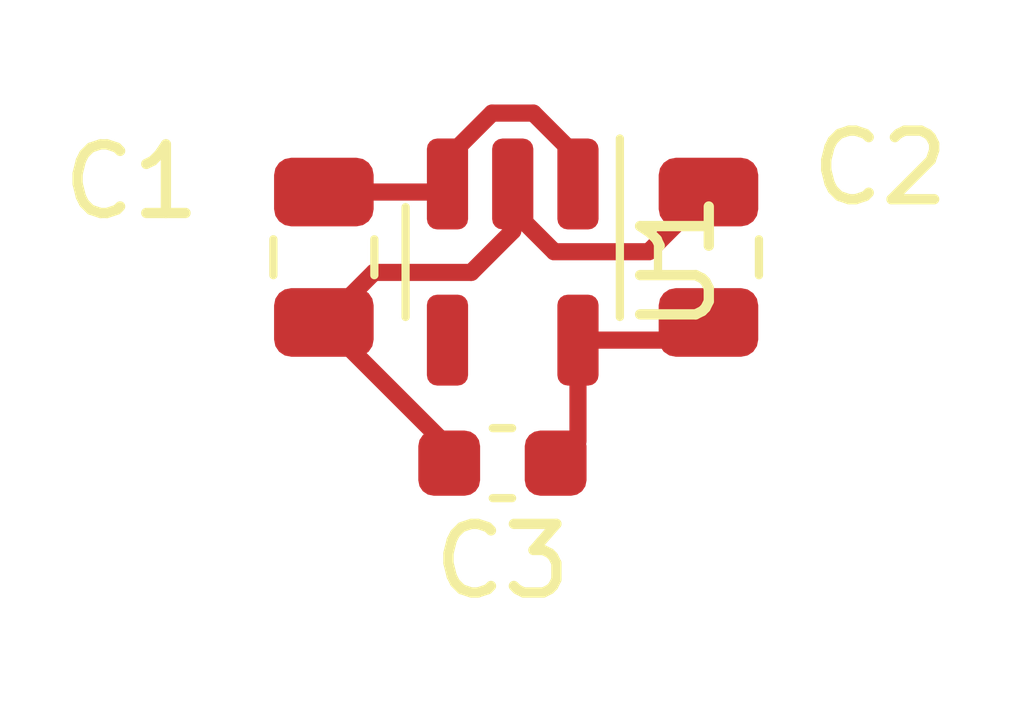
<source format=kicad_pcb>
(kicad_pcb (version 20211014) (generator pcbnew)
  (layers (0 "F.Cu" signal) (31 "B.Cu" signal) (34 "B.Paste" user) (35 "F.Paste" user) (36 "B.SilkS" user "B.Silkscreen") (37 "F.SilkS" user "F.Silkscreen") (38 "B.Mask" user) (39 "F.Mask" user) (44 "Edge.Cuts" user))
  (net 0 "")
  (net 1 "Vin")
  (net 2 "Net-(C1-Pad2)")
  (net 3 "3v3")
  (footprint "Package_TO_SOT_SMD:SOT-23-5" (layer "F.Cu") (at 139.55 101.97 -90)
    (fp_text reference "U1" (at 0 -2.4 90) (layer "F.SilkS"))
    (fp_text value "AP2112K-3.3")
    (fp_line (start 0 -1.56) (end 0.8 -1.56) (layer "F.SilkS") (width 0.12))
    (fp_line (start 0 1.56) (end 0.8 1.56) (layer "F.SilkS") (width 0.12))
    (fp_line (start 0 -1.56) (end -1.8 -1.56) (layer "F.SilkS") (width 0.12))
    (fp_line (start 0 1.56) (end -0.8 1.56) (layer "F.SilkS") (width 0.12))
    (pad "1" smd roundrect (at -1.1375 -0.95 270) (size 1.325 0.6) (layers "F.Cu" "F.Paste" "F.Mask") (net 1 "Vin"))
    (pad "2" smd roundrect (at -1.1375 0 270) (size 1.325 0.6) (layers "F.Cu" "F.Paste" "F.Mask") (net 2 "Net-(C1-Pad2)"))
    (pad "3" smd roundrect (at -1.1375 0.95 270) (size 1.325 0.6) (layers "F.Cu" "F.Paste" "F.Mask") (net 1 "Vin"))
    (pad "4" smd roundrect (at 1.1375 0.95 270) (size 1.325 0.6) (layers "F.Cu" "F.Paste" "F.Mask"))
    (pad "5" smd roundrect (at 1.1375 -0.95 270) (size 1.325 0.6) (layers "F.Cu" "F.Paste" "F.Mask") (net 3 "3v3"))
  )
  (footprint "Capacitor_SMD:C_0805_2012Metric" (layer "F.Cu") (at 136.8 101.9 -90)
    (fp_text reference "C1" (at -1.1 2.8 180) (layer "F.SilkS"))
    (fp_text value "10uf")
    (fp_line (start -0.261252 0.735) (end 0.261252 0.735) (layer "F.SilkS") (width 0.12))
    (fp_line (start -0.261252 -0.735) (end 0.261252 -0.735) (layer "F.SilkS") (width 0.12))
    (pad "1" smd roundrect (at -0.95 0 270) (size 1 1.45) (layers "F.Cu" "F.Paste" "F.Mask") (net 1 "Vin"))
    (pad "2" smd roundrect (at 0.95 0 270) (size 1 1.45) (layers "F.Cu" "F.Paste" "F.Mask") (net 2 "Net-(C1-Pad2)"))
  )
  (footprint "Capacitor_SMD:C_0805_2012Metric" (layer "F.Cu") (at 142.4 101.9 90)
    (fp_text reference "C2" (at 1.3 2.5) (layer "F.SilkS"))
    (fp_text value "10uf")
    (fp_line (start -0.261252 0.735) (end 0.261252 0.735) (layer "F.SilkS") (width 0.12))
    (fp_line (start -0.261252 -0.735) (end 0.261252 -0.735) (layer "F.SilkS") (width 0.12))
    (pad "1" smd roundrect (at -0.95 0 90) (size 1 1.45) (layers "F.Cu" "F.Paste" "F.Mask") (net 3 "3v3"))
    (pad "2" smd roundrect (at 0.95 0 90) (size 1 1.45) (layers "F.Cu" "F.Paste" "F.Mask") (net 2 "Net-(C1-Pad2)"))
  )
  (footprint "Capacitor_SMD:C_0603_1608Metric" (layer "F.Cu") (at 139.4 104.9 180)
    (fp_text reference "C3" (at 0 -1.43) (layer "F.SilkS"))
    (fp_text value "100nf")
    (fp_line (start -0.14058 -0.51) (end 0.14058 -0.51) (layer "F.SilkS") (width 0.12))
    (fp_line (start -0.14058 0.51) (end 0.14058 0.51) (layer "F.SilkS") (width 0.12))
    (pad "1" smd roundrect (at -0.775 0 180) (size 0.9 0.95) (layers "F.Cu" "F.Paste" "F.Mask") (net 3 "3v3"))
    (pad "2" smd roundrect (at 0.775 0 180) (size 0.9 0.95) (layers "F.Cu" "F.Paste" "F.Mask") (net 2 "Net-(C1-Pad2)"))
  )
  (segment (start 139.851072 99.8) (end 140.5 100.448928) (width 0.25) (layer "F.Cu") (net 1))
  (segment (start 139.248928 99.8) (end 139.851072 99.8) (width 0.25) (layer "F.Cu") (net 1))
  (segment (start 138.6 100.8325) (end 138.6 100.448928) (width 0.25) (layer "F.Cu") (net 1))
  (segment (start 140.5 100.448928) (end 140.5 100.8325) (width 0.25) (layer "F.Cu") (net 1))
  (segment (start 138.6 100.448928) (end 139.248928 99.8) (width 0.25) (layer "F.Cu") (net 1))
  (segment (start 136.8 100.95) (end 138.4825 100.95) (width 0.25) (layer "F.Cu") (net 1))
  (segment (start 138.4825 100.95) (end 138.6 100.8325) (width 0.25) (layer "F.Cu") (net 1))
  (segment (start 139.55 100.8325) (end 139.55 101.216072) (width 0.25) (layer "F.Cu") (net 2))
  (segment (start 141.53048 101.81952) (end 142.4 100.95) (width 0.25) (layer "F.Cu") (net 2))
  (segment (start 137.52952 102.12048) (end 136.8 102.85) (width 0.25) (layer "F.Cu") (net 2))
  (segment (start 139.55 100.8325) (end 139.55 101.517032) (width 0.25) (layer "F.Cu") (net 2))
  (segment (start 139.55 101.517032) (end 138.946552 102.12048) (width 0.25) (layer "F.Cu") (net 2))
  (segment (start 138.625 104.9) (end 138.625 104.675) (width 0.25) (layer "F.Cu") (net 2))
  (segment (start 139.55 101.216072) (end 140.153448 101.81952) (width 0.25) (layer "F.Cu") (net 2))
  (segment (start 138.625 104.675) (end 136.8 102.85) (width 0.25) (layer "F.Cu") (net 2))
  (segment (start 140.153448 101.81952) (end 141.53048 101.81952) (width 0.25) (layer "F.Cu") (net 2))
  (segment (start 138.946552 102.12048) (end 137.52952 102.12048) (width 0.25) (layer "F.Cu") (net 2))
  (segment (start 140.5 103.1075) (end 142.1425 103.1075) (width 0.25) (layer "F.Cu") (net 3))
  (segment (start 140.5 104.575) (end 140.175 104.9) (width 0.25) (layer "F.Cu") (net 3))
  (segment (start 140.5 103.1075) (end 140.5 104.575) (width 0.25) (layer "F.Cu") (net 3))
  (segment (start 142.1425 103.1075) (end 142.4 102.85) (width 0.25) (layer "F.Cu") (net 3))
)
</source>
